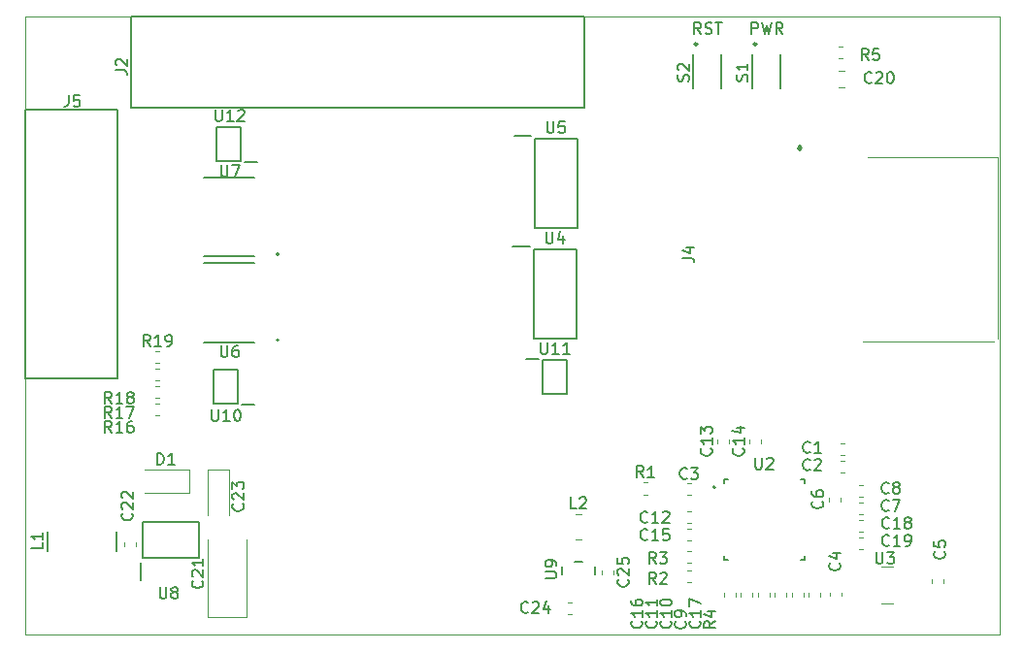
<source format=gbr>
G04 #@! TF.GenerationSoftware,KiCad,Pcbnew,5.1.5-52549c5~84~ubuntu18.04.1*
G04 #@! TF.CreationDate,2020-02-13T10:06:29-08:00*
G04 #@! TF.ProjectId,EthernetBoard,45746865-726e-4657-9442-6f6172642e6b,A*
G04 #@! TF.SameCoordinates,PX5f5e100PY5f5e100*
G04 #@! TF.FileFunction,Legend,Top*
G04 #@! TF.FilePolarity,Positive*
%FSLAX46Y46*%
G04 Gerber Fmt 4.6, Leading zero omitted, Abs format (unit mm)*
G04 Created by KiCad (PCBNEW 5.1.5-52549c5~84~ubuntu18.04.1) date 2020-02-13 10:06:29*
%MOMM*%
%LPD*%
G04 APERTURE LIST*
%ADD10C,0.100000*%
%ADD11C,0.300000*%
%ADD12C,0.120000*%
%ADD13C,0.200000*%
%ADD14C,0.127000*%
%ADD15C,0.150000*%
%ADD16C,0.152400*%
%ADD17C,0.254000*%
%ADD18C,0.153000*%
G04 APERTURE END LIST*
D10*
X0Y-54000000D02*
X84999492Y-54000000D01*
X84999492Y0D02*
X84999492Y-54000000D01*
X0Y-54000000D02*
X0Y0D01*
X0Y0D02*
X84999492Y0D01*
D11*
X67553500Y-11617500D02*
G75*
G02X67553500Y-11417500I0J100000D01*
G01*
X67553500Y-11417500D02*
G75*
G02X67553500Y-11617500I0J-100000D01*
G01*
X67553500Y-11417500D02*
X67553500Y-11417500D01*
X67553500Y-11617500D02*
X67553500Y-11617500D01*
D10*
X84843500Y-12267500D02*
X73553500Y-12267500D01*
X84843500Y-28117500D02*
X84843500Y-12267500D01*
X73053500Y-28397500D02*
X84553500Y-28397500D01*
D12*
X64213000Y-37246779D02*
X64213000Y-36921221D01*
X63193000Y-37246779D02*
X63193000Y-36921221D01*
D13*
X60198200Y-41120600D02*
G75*
G03X60198200Y-41120600I-100000J0D01*
G01*
D14*
X67998200Y-47420600D02*
X67698200Y-47420600D01*
X67998200Y-47120600D02*
X67998200Y-47420600D01*
X60998200Y-47420600D02*
X60998200Y-47120600D01*
X61298200Y-47420600D02*
X60998200Y-47420600D01*
X67998200Y-40420600D02*
X67998200Y-40720600D01*
X67698200Y-40420600D02*
X67998200Y-40420600D01*
X60998200Y-40420600D02*
X61298200Y-40420600D01*
X60998200Y-40720600D02*
X60998200Y-40420600D01*
X19980000Y-14082500D02*
X15580000Y-14082500D01*
X19980000Y-20969500D02*
X15580000Y-20969500D01*
D13*
X22130000Y-20776000D02*
G75*
G03X22130000Y-20776000I-100000J0D01*
G01*
D15*
X8026400Y-31648400D02*
X50800Y-31648400D01*
X8048000Y-8140000D02*
X48000Y-8140000D01*
X8048000Y-31648400D02*
X8048000Y-8140000D01*
X48000Y-8140000D02*
X50800Y-31648400D01*
D12*
X79131500Y-49125721D02*
X79131500Y-49451279D01*
X80151500Y-49125721D02*
X80151500Y-49451279D01*
X71261500Y-50619779D02*
X71261500Y-50294221D01*
X70241500Y-50619779D02*
X70241500Y-50294221D01*
D10*
X74684000Y-51257000D02*
X75684000Y-51257000D01*
X74684000Y-48057000D02*
X75684000Y-48057000D01*
D13*
X20280000Y-12726000D02*
X19180000Y-12726000D01*
X18830000Y-9701000D02*
X18830000Y-12651000D01*
X16730000Y-9701000D02*
X18830000Y-9701000D01*
X16730000Y-12651000D02*
X16730000Y-9701000D01*
X18830000Y-12651000D02*
X16730000Y-12651000D01*
X43728000Y-29946000D02*
X44828000Y-29946000D01*
X45178000Y-32971000D02*
X45178000Y-30021000D01*
X47278000Y-32971000D02*
X45178000Y-32971000D01*
X47278000Y-30021000D02*
X47278000Y-32971000D01*
X45178000Y-30021000D02*
X47278000Y-30021000D01*
X20026000Y-33871500D02*
X18926000Y-33871500D01*
X18576000Y-30846500D02*
X18576000Y-33796500D01*
X16476000Y-30846500D02*
X18576000Y-30846500D01*
X16476000Y-33796500D02*
X16476000Y-30846500D01*
X18576000Y-33796500D02*
X16476000Y-33796500D01*
D14*
X19980000Y-21575500D02*
X15580000Y-21575500D01*
X19980000Y-28462500D02*
X15580000Y-28462500D01*
D13*
X22130000Y-28269000D02*
G75*
G03X22130000Y-28269000I-100000J0D01*
G01*
X42680000Y-10455000D02*
X44155000Y-10455000D01*
X44505000Y-18505000D02*
X44505000Y-10705000D01*
X48205000Y-18505000D02*
X44505000Y-18505000D01*
X48205000Y-10705000D02*
X48205000Y-18505000D01*
X44505000Y-10705000D02*
X48205000Y-10705000D01*
X42553000Y-20107000D02*
X44028000Y-20107000D01*
X44378000Y-28157000D02*
X44378000Y-20357000D01*
X48078000Y-28157000D02*
X44378000Y-28157000D01*
X48078000Y-20357000D02*
X48078000Y-28157000D01*
X44378000Y-20357000D02*
X48078000Y-20357000D01*
D12*
X11394221Y-30291500D02*
X11719779Y-30291500D01*
X11394221Y-29271500D02*
X11719779Y-29271500D01*
X11719779Y-30795500D02*
X11394221Y-30795500D01*
X11719779Y-31815500D02*
X11394221Y-31815500D01*
X11394221Y-34863500D02*
X11719779Y-34863500D01*
X11394221Y-33843500D02*
X11719779Y-33843500D01*
X11694279Y-32319500D02*
X11368721Y-32319500D01*
X11694279Y-33339500D02*
X11368721Y-33339500D01*
X70957221Y-3685000D02*
X71282779Y-3685000D01*
X70957221Y-2665000D02*
X71282779Y-2665000D01*
X70988422Y-6171000D02*
X71505578Y-6171000D01*
X70988422Y-4751000D02*
X71505578Y-4751000D01*
D16*
X46812200Y-48031400D02*
X46812200Y-48742600D01*
X48615600Y-47599600D02*
X47904400Y-47599600D01*
X49707800Y-48742600D02*
X49707800Y-48031400D01*
D13*
X10120000Y-49195000D02*
X10120000Y-47668000D01*
X15152000Y-47318000D02*
X10248000Y-47318000D01*
X15152000Y-44122000D02*
X15152000Y-47318000D01*
X10248000Y-44122000D02*
X15152000Y-44122000D01*
X10248000Y-47318000D02*
X10248000Y-44122000D01*
D17*
X58641000Y-2443500D02*
G75*
G03X58641000Y-2443500I-100000J0D01*
G01*
D13*
X60762000Y-6338500D02*
X60762000Y-3338500D01*
X58262000Y-6338500D02*
X58262000Y-3338500D01*
D17*
X63784500Y-2443500D02*
G75*
G03X63784500Y-2443500I-100000J0D01*
G01*
D13*
X65905500Y-6338500D02*
X65905500Y-3338500D01*
X63405500Y-6338500D02*
X63405500Y-3338500D01*
D12*
X68336500Y-50319721D02*
X68336500Y-50645279D01*
X69356500Y-50319721D02*
X69356500Y-50645279D01*
X57749221Y-47703000D02*
X58074779Y-47703000D01*
X57749221Y-46683000D02*
X58074779Y-46683000D01*
X57761721Y-49417500D02*
X58087279Y-49417500D01*
X57761721Y-48397500D02*
X58087279Y-48397500D01*
X53951721Y-41734000D02*
X54277279Y-41734000D01*
X53951721Y-40714000D02*
X54277279Y-40714000D01*
X47998748Y-45687000D02*
X48521252Y-45687000D01*
X47998748Y-43467000D02*
X48521252Y-43467000D01*
D13*
X7953000Y-44997000D02*
X7953000Y-46697000D01*
X1953000Y-44997000D02*
X1953000Y-46697000D01*
D12*
X14327500Y-41589000D02*
X10427500Y-41589000D01*
X14327500Y-39589000D02*
X10427500Y-39589000D01*
X14327500Y-41589000D02*
X14327500Y-39589000D01*
X50290000Y-48351221D02*
X50290000Y-48676779D01*
X51310000Y-48351221D02*
X51310000Y-48676779D01*
X47335221Y-52199000D02*
X47660779Y-52199000D01*
X47335221Y-51179000D02*
X47660779Y-51179000D01*
X9654000Y-46263779D02*
X9654000Y-45938221D01*
X8634000Y-46263779D02*
X8634000Y-45938221D01*
X19363000Y-52401000D02*
X19363000Y-45641000D01*
X15943000Y-52401000D02*
X19363000Y-52401000D01*
X15943000Y-45641000D02*
X15943000Y-52401000D01*
X15956000Y-39600000D02*
X15956000Y-43510000D01*
X17826000Y-39600000D02*
X15956000Y-39600000D01*
X17826000Y-43510000D02*
X17826000Y-39600000D01*
X72735221Y-46484000D02*
X73060779Y-46484000D01*
X72735221Y-45464000D02*
X73060779Y-45464000D01*
X72735221Y-44960000D02*
X73060779Y-44960000D01*
X72735221Y-43940000D02*
X73060779Y-43940000D01*
X66876000Y-50319721D02*
X66876000Y-50645279D01*
X67896000Y-50319721D02*
X67896000Y-50645279D01*
X60970500Y-50319721D02*
X60970500Y-50645279D01*
X61990500Y-50319721D02*
X61990500Y-50645279D01*
X58074779Y-44714500D02*
X57749221Y-44714500D01*
X58074779Y-45734500D02*
X57749221Y-45734500D01*
X61419000Y-37246779D02*
X61419000Y-36921221D01*
X60399000Y-37246779D02*
X60399000Y-36921221D01*
X58074779Y-43241500D02*
X57749221Y-43241500D01*
X58074779Y-44261500D02*
X57749221Y-44261500D01*
X62431000Y-50319721D02*
X62431000Y-50645279D01*
X63451000Y-50319721D02*
X63451000Y-50645279D01*
X63942500Y-50319721D02*
X63942500Y-50645279D01*
X64962500Y-50319721D02*
X64962500Y-50645279D01*
X65415500Y-50319721D02*
X65415500Y-50645279D01*
X66435500Y-50319721D02*
X66435500Y-50645279D01*
X72735221Y-41912000D02*
X73060779Y-41912000D01*
X72735221Y-40892000D02*
X73060779Y-40892000D01*
X72735221Y-43436000D02*
X73060779Y-43436000D01*
X72735221Y-42416000D02*
X73060779Y-42416000D01*
X71122000Y-42326779D02*
X71122000Y-42001221D01*
X70102000Y-42326779D02*
X70102000Y-42001221D01*
X58074779Y-40765000D02*
X57749221Y-40765000D01*
X58074779Y-41785000D02*
X57749221Y-41785000D01*
X71172721Y-39816500D02*
X71498279Y-39816500D01*
X71172721Y-38796500D02*
X71498279Y-38796500D01*
X71172721Y-38292500D02*
X71498279Y-38292500D01*
X71172721Y-37272500D02*
X71498279Y-37272500D01*
D15*
X9250000Y-8000000D02*
X48750000Y-8000000D01*
X48750000Y0D02*
X9250000Y0D01*
X9250000Y0D02*
X9250000Y-8000000D01*
X48750000Y0D02*
X48750000Y-8000000D01*
D18*
X57376880Y-21110333D02*
X58091166Y-21110333D01*
X58234023Y-21157952D01*
X58329261Y-21253190D01*
X58376880Y-21396047D01*
X58376880Y-21491285D01*
X57710214Y-20205571D02*
X58376880Y-20205571D01*
X57329261Y-20443666D02*
X58043547Y-20681761D01*
X58043547Y-20062714D01*
X62630142Y-37726857D02*
X62677761Y-37774476D01*
X62725380Y-37917333D01*
X62725380Y-38012571D01*
X62677761Y-38155428D01*
X62582523Y-38250666D01*
X62487285Y-38298285D01*
X62296809Y-38345904D01*
X62153952Y-38345904D01*
X61963476Y-38298285D01*
X61868238Y-38250666D01*
X61773000Y-38155428D01*
X61725380Y-38012571D01*
X61725380Y-37917333D01*
X61773000Y-37774476D01*
X61820619Y-37726857D01*
X62725380Y-36774476D02*
X62725380Y-37345904D01*
X62725380Y-37060190D02*
X61725380Y-37060190D01*
X61868238Y-37155428D01*
X61963476Y-37250666D01*
X62011095Y-37345904D01*
X62058714Y-35917333D02*
X62725380Y-35917333D01*
X61677761Y-36155428D02*
X62392047Y-36393523D01*
X62392047Y-35774476D01*
X63711295Y-38537980D02*
X63711295Y-39347504D01*
X63758914Y-39442742D01*
X63806533Y-39490361D01*
X63901771Y-39537980D01*
X64092247Y-39537980D01*
X64187485Y-39490361D01*
X64235104Y-39442742D01*
X64282723Y-39347504D01*
X64282723Y-38537980D01*
X64711295Y-38633219D02*
X64758914Y-38585600D01*
X64854152Y-38537980D01*
X65092247Y-38537980D01*
X65187485Y-38585600D01*
X65235104Y-38633219D01*
X65282723Y-38728457D01*
X65282723Y-38823695D01*
X65235104Y-38966552D01*
X64663676Y-39537980D01*
X65282723Y-39537980D01*
X17094095Y-12990380D02*
X17094095Y-13799904D01*
X17141714Y-13895142D01*
X17189333Y-13942761D01*
X17284571Y-13990380D01*
X17475047Y-13990380D01*
X17570285Y-13942761D01*
X17617904Y-13895142D01*
X17665523Y-13799904D01*
X17665523Y-12990380D01*
X18046476Y-12990380D02*
X18713142Y-12990380D01*
X18284571Y-13990380D01*
X3806666Y-6894380D02*
X3806666Y-7608666D01*
X3759047Y-7751523D01*
X3663809Y-7846761D01*
X3520952Y-7894380D01*
X3425714Y-7894380D01*
X4759047Y-6894380D02*
X4282857Y-6894380D01*
X4235238Y-7370571D01*
X4282857Y-7322952D01*
X4378095Y-7275333D01*
X4616190Y-7275333D01*
X4711428Y-7322952D01*
X4759047Y-7370571D01*
X4806666Y-7465809D01*
X4806666Y-7703904D01*
X4759047Y-7799142D01*
X4711428Y-7846761D01*
X4616190Y-7894380D01*
X4378095Y-7894380D01*
X4282857Y-7846761D01*
X4235238Y-7799142D01*
X80189142Y-46724666D02*
X80236761Y-46772285D01*
X80284380Y-46915142D01*
X80284380Y-47010380D01*
X80236761Y-47153238D01*
X80141523Y-47248476D01*
X80046285Y-47296095D01*
X79855809Y-47343714D01*
X79712952Y-47343714D01*
X79522476Y-47296095D01*
X79427238Y-47248476D01*
X79332000Y-47153238D01*
X79284380Y-47010380D01*
X79284380Y-46915142D01*
X79332000Y-46772285D01*
X79379619Y-46724666D01*
X79284380Y-45819904D02*
X79284380Y-46296095D01*
X79760571Y-46343714D01*
X79712952Y-46296095D01*
X79665333Y-46200857D01*
X79665333Y-45962761D01*
X79712952Y-45867523D01*
X79760571Y-45819904D01*
X79855809Y-45772285D01*
X80093904Y-45772285D01*
X80189142Y-45819904D01*
X80236761Y-45867523D01*
X80284380Y-45962761D01*
X80284380Y-46200857D01*
X80236761Y-46296095D01*
X80189142Y-46343714D01*
X71045142Y-47740666D02*
X71092761Y-47788285D01*
X71140380Y-47931142D01*
X71140380Y-48026380D01*
X71092761Y-48169238D01*
X70997523Y-48264476D01*
X70902285Y-48312095D01*
X70711809Y-48359714D01*
X70568952Y-48359714D01*
X70378476Y-48312095D01*
X70283238Y-48264476D01*
X70188000Y-48169238D01*
X70140380Y-48026380D01*
X70140380Y-47931142D01*
X70188000Y-47788285D01*
X70235619Y-47740666D01*
X70473714Y-46883523D02*
X71140380Y-46883523D01*
X70092761Y-47121619D02*
X70807047Y-47359714D01*
X70807047Y-46740666D01*
X74244095Y-46772380D02*
X74244095Y-47581904D01*
X74291714Y-47677142D01*
X74339333Y-47724761D01*
X74434571Y-47772380D01*
X74625047Y-47772380D01*
X74720285Y-47724761D01*
X74767904Y-47677142D01*
X74815523Y-47581904D01*
X74815523Y-46772380D01*
X75196476Y-46772380D02*
X75815523Y-46772380D01*
X75482190Y-47153333D01*
X75625047Y-47153333D01*
X75720285Y-47200952D01*
X75767904Y-47248571D01*
X75815523Y-47343809D01*
X75815523Y-47581904D01*
X75767904Y-47677142D01*
X75720285Y-47724761D01*
X75625047Y-47772380D01*
X75339333Y-47772380D01*
X75244095Y-47724761D01*
X75196476Y-47677142D01*
X16617904Y-8164380D02*
X16617904Y-8973904D01*
X16665523Y-9069142D01*
X16713142Y-9116761D01*
X16808380Y-9164380D01*
X16998857Y-9164380D01*
X17094095Y-9116761D01*
X17141714Y-9069142D01*
X17189333Y-8973904D01*
X17189333Y-8164380D01*
X18189333Y-9164380D02*
X17617904Y-9164380D01*
X17903619Y-9164380D02*
X17903619Y-8164380D01*
X17808380Y-8307238D01*
X17713142Y-8402476D01*
X17617904Y-8450095D01*
X18570285Y-8259619D02*
X18617904Y-8212000D01*
X18713142Y-8164380D01*
X18951238Y-8164380D01*
X19046476Y-8212000D01*
X19094095Y-8259619D01*
X19141714Y-8354857D01*
X19141714Y-8450095D01*
X19094095Y-8592952D01*
X18522666Y-9164380D01*
X19141714Y-9164380D01*
X44989904Y-28484380D02*
X44989904Y-29293904D01*
X45037523Y-29389142D01*
X45085142Y-29436761D01*
X45180380Y-29484380D01*
X45370857Y-29484380D01*
X45466095Y-29436761D01*
X45513714Y-29389142D01*
X45561333Y-29293904D01*
X45561333Y-28484380D01*
X46561333Y-29484380D02*
X45989904Y-29484380D01*
X46275619Y-29484380D02*
X46275619Y-28484380D01*
X46180380Y-28627238D01*
X46085142Y-28722476D01*
X45989904Y-28770095D01*
X47513714Y-29484380D02*
X46942285Y-29484380D01*
X47228000Y-29484380D02*
X47228000Y-28484380D01*
X47132761Y-28627238D01*
X47037523Y-28722476D01*
X46942285Y-28770095D01*
X16287904Y-34326380D02*
X16287904Y-35135904D01*
X16335523Y-35231142D01*
X16383142Y-35278761D01*
X16478380Y-35326380D01*
X16668857Y-35326380D01*
X16764095Y-35278761D01*
X16811714Y-35231142D01*
X16859333Y-35135904D01*
X16859333Y-34326380D01*
X17859333Y-35326380D02*
X17287904Y-35326380D01*
X17573619Y-35326380D02*
X17573619Y-34326380D01*
X17478380Y-34469238D01*
X17383142Y-34564476D01*
X17287904Y-34612095D01*
X18478380Y-34326380D02*
X18573619Y-34326380D01*
X18668857Y-34374000D01*
X18716476Y-34421619D01*
X18764095Y-34516857D01*
X18811714Y-34707333D01*
X18811714Y-34945428D01*
X18764095Y-35135904D01*
X18716476Y-35231142D01*
X18668857Y-35278761D01*
X18573619Y-35326380D01*
X18478380Y-35326380D01*
X18383142Y-35278761D01*
X18335523Y-35231142D01*
X18287904Y-35135904D01*
X18240285Y-34945428D01*
X18240285Y-34707333D01*
X18287904Y-34516857D01*
X18335523Y-34421619D01*
X18383142Y-34374000D01*
X18478380Y-34326380D01*
X17094095Y-28738380D02*
X17094095Y-29547904D01*
X17141714Y-29643142D01*
X17189333Y-29690761D01*
X17284571Y-29738380D01*
X17475047Y-29738380D01*
X17570285Y-29690761D01*
X17617904Y-29643142D01*
X17665523Y-29547904D01*
X17665523Y-28738380D01*
X18570285Y-28738380D02*
X18379809Y-28738380D01*
X18284571Y-28786000D01*
X18236952Y-28833619D01*
X18141714Y-28976476D01*
X18094095Y-29166952D01*
X18094095Y-29547904D01*
X18141714Y-29643142D01*
X18189333Y-29690761D01*
X18284571Y-29738380D01*
X18475047Y-29738380D01*
X18570285Y-29690761D01*
X18617904Y-29643142D01*
X18665523Y-29547904D01*
X18665523Y-29309809D01*
X18617904Y-29214571D01*
X18570285Y-29166952D01*
X18475047Y-29119333D01*
X18284571Y-29119333D01*
X18189333Y-29166952D01*
X18141714Y-29214571D01*
X18094095Y-29309809D01*
X45542095Y-9180380D02*
X45542095Y-9989904D01*
X45589714Y-10085142D01*
X45637333Y-10132761D01*
X45732571Y-10180380D01*
X45923047Y-10180380D01*
X46018285Y-10132761D01*
X46065904Y-10085142D01*
X46113523Y-9989904D01*
X46113523Y-9180380D01*
X47065904Y-9180380D02*
X46589714Y-9180380D01*
X46542095Y-9656571D01*
X46589714Y-9608952D01*
X46684952Y-9561333D01*
X46923047Y-9561333D01*
X47018285Y-9608952D01*
X47065904Y-9656571D01*
X47113523Y-9751809D01*
X47113523Y-9989904D01*
X47065904Y-10085142D01*
X47018285Y-10132761D01*
X46923047Y-10180380D01*
X46684952Y-10180380D01*
X46589714Y-10132761D01*
X46542095Y-10085142D01*
X45466095Y-18832380D02*
X45466095Y-19641904D01*
X45513714Y-19737142D01*
X45561333Y-19784761D01*
X45656571Y-19832380D01*
X45847047Y-19832380D01*
X45942285Y-19784761D01*
X45989904Y-19737142D01*
X46037523Y-19641904D01*
X46037523Y-18832380D01*
X46942285Y-19165714D02*
X46942285Y-19832380D01*
X46704190Y-18784761D02*
X46466095Y-19499047D01*
X47085142Y-19499047D01*
X10914142Y-28803880D02*
X10580809Y-28327690D01*
X10342714Y-28803880D02*
X10342714Y-27803880D01*
X10723666Y-27803880D01*
X10818904Y-27851500D01*
X10866523Y-27899119D01*
X10914142Y-27994357D01*
X10914142Y-28137214D01*
X10866523Y-28232452D01*
X10818904Y-28280071D01*
X10723666Y-28327690D01*
X10342714Y-28327690D01*
X11866523Y-28803880D02*
X11295095Y-28803880D01*
X11580809Y-28803880D02*
X11580809Y-27803880D01*
X11485571Y-27946738D01*
X11390333Y-28041976D01*
X11295095Y-28089595D01*
X12342714Y-28803880D02*
X12533190Y-28803880D01*
X12628428Y-28756261D01*
X12676047Y-28708642D01*
X12771285Y-28565785D01*
X12818904Y-28375309D01*
X12818904Y-27994357D01*
X12771285Y-27899119D01*
X12723666Y-27851500D01*
X12628428Y-27803880D01*
X12437952Y-27803880D01*
X12342714Y-27851500D01*
X12295095Y-27899119D01*
X12247476Y-27994357D01*
X12247476Y-28232452D01*
X12295095Y-28327690D01*
X12342714Y-28375309D01*
X12437952Y-28422928D01*
X12628428Y-28422928D01*
X12723666Y-28375309D01*
X12771285Y-28327690D01*
X12818904Y-28232452D01*
X7561142Y-33802380D02*
X7227809Y-33326190D01*
X6989714Y-33802380D02*
X6989714Y-32802380D01*
X7370666Y-32802380D01*
X7465904Y-32850000D01*
X7513523Y-32897619D01*
X7561142Y-32992857D01*
X7561142Y-33135714D01*
X7513523Y-33230952D01*
X7465904Y-33278571D01*
X7370666Y-33326190D01*
X6989714Y-33326190D01*
X8513523Y-33802380D02*
X7942095Y-33802380D01*
X8227809Y-33802380D02*
X8227809Y-32802380D01*
X8132571Y-32945238D01*
X8037333Y-33040476D01*
X7942095Y-33088095D01*
X9084952Y-33230952D02*
X8989714Y-33183333D01*
X8942095Y-33135714D01*
X8894476Y-33040476D01*
X8894476Y-32992857D01*
X8942095Y-32897619D01*
X8989714Y-32850000D01*
X9084952Y-32802380D01*
X9275428Y-32802380D01*
X9370666Y-32850000D01*
X9418285Y-32897619D01*
X9465904Y-32992857D01*
X9465904Y-33040476D01*
X9418285Y-33135714D01*
X9370666Y-33183333D01*
X9275428Y-33230952D01*
X9084952Y-33230952D01*
X8989714Y-33278571D01*
X8942095Y-33326190D01*
X8894476Y-33421428D01*
X8894476Y-33611904D01*
X8942095Y-33707142D01*
X8989714Y-33754761D01*
X9084952Y-33802380D01*
X9275428Y-33802380D01*
X9370666Y-33754761D01*
X9418285Y-33707142D01*
X9465904Y-33611904D01*
X9465904Y-33421428D01*
X9418285Y-33326190D01*
X9370666Y-33278571D01*
X9275428Y-33230952D01*
X7561142Y-36342380D02*
X7227809Y-35866190D01*
X6989714Y-36342380D02*
X6989714Y-35342380D01*
X7370666Y-35342380D01*
X7465904Y-35390000D01*
X7513523Y-35437619D01*
X7561142Y-35532857D01*
X7561142Y-35675714D01*
X7513523Y-35770952D01*
X7465904Y-35818571D01*
X7370666Y-35866190D01*
X6989714Y-35866190D01*
X8513523Y-36342380D02*
X7942095Y-36342380D01*
X8227809Y-36342380D02*
X8227809Y-35342380D01*
X8132571Y-35485238D01*
X8037333Y-35580476D01*
X7942095Y-35628095D01*
X9370666Y-35342380D02*
X9180190Y-35342380D01*
X9084952Y-35390000D01*
X9037333Y-35437619D01*
X8942095Y-35580476D01*
X8894476Y-35770952D01*
X8894476Y-36151904D01*
X8942095Y-36247142D01*
X8989714Y-36294761D01*
X9084952Y-36342380D01*
X9275428Y-36342380D01*
X9370666Y-36294761D01*
X9418285Y-36247142D01*
X9465904Y-36151904D01*
X9465904Y-35913809D01*
X9418285Y-35818571D01*
X9370666Y-35770952D01*
X9275428Y-35723333D01*
X9084952Y-35723333D01*
X8989714Y-35770952D01*
X8942095Y-35818571D01*
X8894476Y-35913809D01*
X7561142Y-35072380D02*
X7227809Y-34596190D01*
X6989714Y-35072380D02*
X6989714Y-34072380D01*
X7370666Y-34072380D01*
X7465904Y-34120000D01*
X7513523Y-34167619D01*
X7561142Y-34262857D01*
X7561142Y-34405714D01*
X7513523Y-34500952D01*
X7465904Y-34548571D01*
X7370666Y-34596190D01*
X6989714Y-34596190D01*
X8513523Y-35072380D02*
X7942095Y-35072380D01*
X8227809Y-35072380D02*
X8227809Y-34072380D01*
X8132571Y-34215238D01*
X8037333Y-34310476D01*
X7942095Y-34358095D01*
X8846857Y-34072380D02*
X9513523Y-34072380D01*
X9084952Y-35072380D01*
X73569333Y-3830380D02*
X73236000Y-3354190D01*
X72997904Y-3830380D02*
X72997904Y-2830380D01*
X73378857Y-2830380D01*
X73474095Y-2878000D01*
X73521714Y-2925619D01*
X73569333Y-3020857D01*
X73569333Y-3163714D01*
X73521714Y-3258952D01*
X73474095Y-3306571D01*
X73378857Y-3354190D01*
X72997904Y-3354190D01*
X74474095Y-2830380D02*
X73997904Y-2830380D01*
X73950285Y-3306571D01*
X73997904Y-3258952D01*
X74093142Y-3211333D01*
X74331238Y-3211333D01*
X74426476Y-3258952D01*
X74474095Y-3306571D01*
X74521714Y-3401809D01*
X74521714Y-3639904D01*
X74474095Y-3735142D01*
X74426476Y-3782761D01*
X74331238Y-3830380D01*
X74093142Y-3830380D01*
X73997904Y-3782761D01*
X73950285Y-3735142D01*
X73855142Y-5767142D02*
X73807523Y-5814761D01*
X73664666Y-5862380D01*
X73569428Y-5862380D01*
X73426571Y-5814761D01*
X73331333Y-5719523D01*
X73283714Y-5624285D01*
X73236095Y-5433809D01*
X73236095Y-5290952D01*
X73283714Y-5100476D01*
X73331333Y-5005238D01*
X73426571Y-4910000D01*
X73569428Y-4862380D01*
X73664666Y-4862380D01*
X73807523Y-4910000D01*
X73855142Y-4957619D01*
X74236095Y-4957619D02*
X74283714Y-4910000D01*
X74378952Y-4862380D01*
X74617047Y-4862380D01*
X74712285Y-4910000D01*
X74759904Y-4957619D01*
X74807523Y-5052857D01*
X74807523Y-5148095D01*
X74759904Y-5290952D01*
X74188476Y-5862380D01*
X74807523Y-5862380D01*
X75426571Y-4862380D02*
X75521809Y-4862380D01*
X75617047Y-4910000D01*
X75664666Y-4957619D01*
X75712285Y-5052857D01*
X75759904Y-5243333D01*
X75759904Y-5481428D01*
X75712285Y-5671904D01*
X75664666Y-5767142D01*
X75617047Y-5814761D01*
X75521809Y-5862380D01*
X75426571Y-5862380D01*
X75331333Y-5814761D01*
X75283714Y-5767142D01*
X75236095Y-5671904D01*
X75188476Y-5481428D01*
X75188476Y-5243333D01*
X75236095Y-5052857D01*
X75283714Y-4957619D01*
X75331333Y-4910000D01*
X75426571Y-4862380D01*
X45375580Y-49047304D02*
X46185104Y-49047304D01*
X46280342Y-48999685D01*
X46327961Y-48952066D01*
X46375580Y-48856828D01*
X46375580Y-48666352D01*
X46327961Y-48571114D01*
X46280342Y-48523495D01*
X46185104Y-48475876D01*
X45375580Y-48475876D01*
X46375580Y-47952066D02*
X46375580Y-47761590D01*
X46327961Y-47666352D01*
X46280342Y-47618733D01*
X46137485Y-47523495D01*
X45947009Y-47475876D01*
X45566057Y-47475876D01*
X45470819Y-47523495D01*
X45423200Y-47571114D01*
X45375580Y-47666352D01*
X45375580Y-47856828D01*
X45423200Y-47952066D01*
X45470819Y-47999685D01*
X45566057Y-48047304D01*
X45804152Y-48047304D01*
X45899390Y-47999685D01*
X45947009Y-47952066D01*
X45994628Y-47856828D01*
X45994628Y-47666352D01*
X45947009Y-47571114D01*
X45899390Y-47523495D01*
X45804152Y-47475876D01*
X11760095Y-49820380D02*
X11760095Y-50629904D01*
X11807714Y-50725142D01*
X11855333Y-50772761D01*
X11950571Y-50820380D01*
X12141047Y-50820380D01*
X12236285Y-50772761D01*
X12283904Y-50725142D01*
X12331523Y-50629904D01*
X12331523Y-49820380D01*
X12950571Y-50248952D02*
X12855333Y-50201333D01*
X12807714Y-50153714D01*
X12760095Y-50058476D01*
X12760095Y-50010857D01*
X12807714Y-49915619D01*
X12855333Y-49868000D01*
X12950571Y-49820380D01*
X13141047Y-49820380D01*
X13236285Y-49868000D01*
X13283904Y-49915619D01*
X13331523Y-50010857D01*
X13331523Y-50058476D01*
X13283904Y-50153714D01*
X13236285Y-50201333D01*
X13141047Y-50248952D01*
X12950571Y-50248952D01*
X12855333Y-50296571D01*
X12807714Y-50344190D01*
X12760095Y-50439428D01*
X12760095Y-50629904D01*
X12807714Y-50725142D01*
X12855333Y-50772761D01*
X12950571Y-50820380D01*
X13141047Y-50820380D01*
X13236285Y-50772761D01*
X13283904Y-50725142D01*
X13331523Y-50629904D01*
X13331523Y-50439428D01*
X13283904Y-50344190D01*
X13236285Y-50296571D01*
X13141047Y-50248952D01*
X57884761Y-5663904D02*
X57932380Y-5521047D01*
X57932380Y-5282952D01*
X57884761Y-5187714D01*
X57837142Y-5140095D01*
X57741904Y-5092476D01*
X57646666Y-5092476D01*
X57551428Y-5140095D01*
X57503809Y-5187714D01*
X57456190Y-5282952D01*
X57408571Y-5473428D01*
X57360952Y-5568666D01*
X57313333Y-5616285D01*
X57218095Y-5663904D01*
X57122857Y-5663904D01*
X57027619Y-5616285D01*
X56980000Y-5568666D01*
X56932380Y-5473428D01*
X56932380Y-5235333D01*
X56980000Y-5092476D01*
X57027619Y-4711523D02*
X56980000Y-4663904D01*
X56932380Y-4568666D01*
X56932380Y-4330571D01*
X56980000Y-4235333D01*
X57027619Y-4187714D01*
X57122857Y-4140095D01*
X57218095Y-4140095D01*
X57360952Y-4187714D01*
X57932380Y-4759142D01*
X57932380Y-4140095D01*
X58964380Y-1544380D02*
X58631047Y-1068190D01*
X58392952Y-1544380D02*
X58392952Y-544380D01*
X58773904Y-544380D01*
X58869142Y-592000D01*
X58916761Y-639619D01*
X58964380Y-734857D01*
X58964380Y-877714D01*
X58916761Y-972952D01*
X58869142Y-1020571D01*
X58773904Y-1068190D01*
X58392952Y-1068190D01*
X59345333Y-1496761D02*
X59488190Y-1544380D01*
X59726285Y-1544380D01*
X59821523Y-1496761D01*
X59869142Y-1449142D01*
X59916761Y-1353904D01*
X59916761Y-1258666D01*
X59869142Y-1163428D01*
X59821523Y-1115809D01*
X59726285Y-1068190D01*
X59535809Y-1020571D01*
X59440571Y-972952D01*
X59392952Y-925333D01*
X59345333Y-830095D01*
X59345333Y-734857D01*
X59392952Y-639619D01*
X59440571Y-592000D01*
X59535809Y-544380D01*
X59773904Y-544380D01*
X59916761Y-592000D01*
X60202476Y-544380D02*
X60773904Y-544380D01*
X60488190Y-1544380D02*
X60488190Y-544380D01*
X63002861Y-5663904D02*
X63050480Y-5521047D01*
X63050480Y-5282952D01*
X63002861Y-5187714D01*
X62955242Y-5140095D01*
X62860004Y-5092476D01*
X62764766Y-5092476D01*
X62669528Y-5140095D01*
X62621909Y-5187714D01*
X62574290Y-5282952D01*
X62526671Y-5473428D01*
X62479052Y-5568666D01*
X62431433Y-5616285D01*
X62336195Y-5663904D01*
X62240957Y-5663904D01*
X62145719Y-5616285D01*
X62098100Y-5568666D01*
X62050480Y-5473428D01*
X62050480Y-5235333D01*
X62098100Y-5092476D01*
X63050480Y-4140095D02*
X63050480Y-4711523D01*
X63050480Y-4425809D02*
X62050480Y-4425809D01*
X62193338Y-4521047D01*
X62288576Y-4616285D01*
X62336195Y-4711523D01*
X63385666Y-1544380D02*
X63385666Y-544380D01*
X63766619Y-544380D01*
X63861857Y-592000D01*
X63909476Y-639619D01*
X63957095Y-734857D01*
X63957095Y-877714D01*
X63909476Y-972952D01*
X63861857Y-1020571D01*
X63766619Y-1068190D01*
X63385666Y-1068190D01*
X64290428Y-544380D02*
X64528523Y-1544380D01*
X64719000Y-830095D01*
X64909476Y-1544380D01*
X65147571Y-544380D01*
X66099952Y-1544380D02*
X65766619Y-1068190D01*
X65528523Y-1544380D02*
X65528523Y-544380D01*
X65909476Y-544380D01*
X66004714Y-592000D01*
X66052333Y-639619D01*
X66099952Y-734857D01*
X66099952Y-877714D01*
X66052333Y-972952D01*
X66004714Y-1020571D01*
X65909476Y-1068190D01*
X65528523Y-1068190D01*
X60218380Y-52820666D02*
X59742190Y-53154000D01*
X60218380Y-53392095D02*
X59218380Y-53392095D01*
X59218380Y-53011142D01*
X59266000Y-52915904D01*
X59313619Y-52868285D01*
X59408857Y-52820666D01*
X59551714Y-52820666D01*
X59646952Y-52868285D01*
X59694571Y-52915904D01*
X59742190Y-53011142D01*
X59742190Y-53392095D01*
X59551714Y-51963523D02*
X60218380Y-51963523D01*
X59170761Y-52201619D02*
X59885047Y-52439714D01*
X59885047Y-51820666D01*
X55027333Y-47772380D02*
X54694000Y-47296190D01*
X54455904Y-47772380D02*
X54455904Y-46772380D01*
X54836857Y-46772380D01*
X54932095Y-46820000D01*
X54979714Y-46867619D01*
X55027333Y-46962857D01*
X55027333Y-47105714D01*
X54979714Y-47200952D01*
X54932095Y-47248571D01*
X54836857Y-47296190D01*
X54455904Y-47296190D01*
X55360666Y-46772380D02*
X55979714Y-46772380D01*
X55646380Y-47153333D01*
X55789238Y-47153333D01*
X55884476Y-47200952D01*
X55932095Y-47248571D01*
X55979714Y-47343809D01*
X55979714Y-47581904D01*
X55932095Y-47677142D01*
X55884476Y-47724761D01*
X55789238Y-47772380D01*
X55503523Y-47772380D01*
X55408285Y-47724761D01*
X55360666Y-47677142D01*
X55039833Y-49550380D02*
X54706500Y-49074190D01*
X54468404Y-49550380D02*
X54468404Y-48550380D01*
X54849357Y-48550380D01*
X54944595Y-48598000D01*
X54992214Y-48645619D01*
X55039833Y-48740857D01*
X55039833Y-48883714D01*
X54992214Y-48978952D01*
X54944595Y-49026571D01*
X54849357Y-49074190D01*
X54468404Y-49074190D01*
X55420785Y-48645619D02*
X55468404Y-48598000D01*
X55563642Y-48550380D01*
X55801738Y-48550380D01*
X55896976Y-48598000D01*
X55944595Y-48645619D01*
X55992214Y-48740857D01*
X55992214Y-48836095D01*
X55944595Y-48978952D01*
X55373166Y-49550380D01*
X55992214Y-49550380D01*
X53947833Y-40246380D02*
X53614500Y-39770190D01*
X53376404Y-40246380D02*
X53376404Y-39246380D01*
X53757357Y-39246380D01*
X53852595Y-39294000D01*
X53900214Y-39341619D01*
X53947833Y-39436857D01*
X53947833Y-39579714D01*
X53900214Y-39674952D01*
X53852595Y-39722571D01*
X53757357Y-39770190D01*
X53376404Y-39770190D01*
X54900214Y-40246380D02*
X54328785Y-40246380D01*
X54614500Y-40246380D02*
X54614500Y-39246380D01*
X54519261Y-39389238D01*
X54424023Y-39484476D01*
X54328785Y-39532095D01*
X48093333Y-42979380D02*
X47617142Y-42979380D01*
X47617142Y-41979380D01*
X48379047Y-42074619D02*
X48426666Y-42027000D01*
X48521904Y-41979380D01*
X48760000Y-41979380D01*
X48855238Y-42027000D01*
X48902857Y-42074619D01*
X48950476Y-42169857D01*
X48950476Y-42265095D01*
X48902857Y-42407952D01*
X48331428Y-42979380D01*
X48950476Y-42979380D01*
X1544380Y-45962666D02*
X1544380Y-46438857D01*
X544380Y-46438857D01*
X1544380Y-45105523D02*
X1544380Y-45676952D01*
X1544380Y-45391238D02*
X544380Y-45391238D01*
X687238Y-45486476D01*
X782476Y-45581714D01*
X830095Y-45676952D01*
X11529904Y-39136380D02*
X11529904Y-38136380D01*
X11768000Y-38136380D01*
X11910857Y-38184000D01*
X12006095Y-38279238D01*
X12053714Y-38374476D01*
X12101333Y-38564952D01*
X12101333Y-38707809D01*
X12053714Y-38898285D01*
X12006095Y-38993523D01*
X11910857Y-39088761D01*
X11768000Y-39136380D01*
X11529904Y-39136380D01*
X13053714Y-39136380D02*
X12482285Y-39136380D01*
X12768000Y-39136380D02*
X12768000Y-38136380D01*
X12672761Y-38279238D01*
X12577523Y-38374476D01*
X12482285Y-38422095D01*
X52587142Y-49156857D02*
X52634761Y-49204476D01*
X52682380Y-49347333D01*
X52682380Y-49442571D01*
X52634761Y-49585428D01*
X52539523Y-49680666D01*
X52444285Y-49728285D01*
X52253809Y-49775904D01*
X52110952Y-49775904D01*
X51920476Y-49728285D01*
X51825238Y-49680666D01*
X51730000Y-49585428D01*
X51682380Y-49442571D01*
X51682380Y-49347333D01*
X51730000Y-49204476D01*
X51777619Y-49156857D01*
X51777619Y-48775904D02*
X51730000Y-48728285D01*
X51682380Y-48633047D01*
X51682380Y-48394952D01*
X51730000Y-48299714D01*
X51777619Y-48252095D01*
X51872857Y-48204476D01*
X51968095Y-48204476D01*
X52110952Y-48252095D01*
X52682380Y-48823523D01*
X52682380Y-48204476D01*
X51682380Y-47299714D02*
X51682380Y-47775904D01*
X52158571Y-47823523D01*
X52110952Y-47775904D01*
X52063333Y-47680666D01*
X52063333Y-47442571D01*
X52110952Y-47347333D01*
X52158571Y-47299714D01*
X52253809Y-47252095D01*
X52491904Y-47252095D01*
X52587142Y-47299714D01*
X52634761Y-47347333D01*
X52682380Y-47442571D01*
X52682380Y-47680666D01*
X52634761Y-47775904D01*
X52587142Y-47823523D01*
X43883142Y-51995142D02*
X43835523Y-52042761D01*
X43692666Y-52090380D01*
X43597428Y-52090380D01*
X43454571Y-52042761D01*
X43359333Y-51947523D01*
X43311714Y-51852285D01*
X43264095Y-51661809D01*
X43264095Y-51518952D01*
X43311714Y-51328476D01*
X43359333Y-51233238D01*
X43454571Y-51138000D01*
X43597428Y-51090380D01*
X43692666Y-51090380D01*
X43835523Y-51138000D01*
X43883142Y-51185619D01*
X44264095Y-51185619D02*
X44311714Y-51138000D01*
X44406952Y-51090380D01*
X44645047Y-51090380D01*
X44740285Y-51138000D01*
X44787904Y-51185619D01*
X44835523Y-51280857D01*
X44835523Y-51376095D01*
X44787904Y-51518952D01*
X44216476Y-52090380D01*
X44835523Y-52090380D01*
X45692666Y-51423714D02*
X45692666Y-52090380D01*
X45454571Y-51042761D02*
X45216476Y-51757047D01*
X45835523Y-51757047D01*
X9323142Y-43390857D02*
X9370761Y-43438476D01*
X9418380Y-43581333D01*
X9418380Y-43676571D01*
X9370761Y-43819428D01*
X9275523Y-43914666D01*
X9180285Y-43962285D01*
X8989809Y-44009904D01*
X8846952Y-44009904D01*
X8656476Y-43962285D01*
X8561238Y-43914666D01*
X8466000Y-43819428D01*
X8418380Y-43676571D01*
X8418380Y-43581333D01*
X8466000Y-43438476D01*
X8513619Y-43390857D01*
X8513619Y-43009904D02*
X8466000Y-42962285D01*
X8418380Y-42867047D01*
X8418380Y-42628952D01*
X8466000Y-42533714D01*
X8513619Y-42486095D01*
X8608857Y-42438476D01*
X8704095Y-42438476D01*
X8846952Y-42486095D01*
X9418380Y-43057523D01*
X9418380Y-42438476D01*
X8513619Y-42057523D02*
X8466000Y-42009904D01*
X8418380Y-41914666D01*
X8418380Y-41676571D01*
X8466000Y-41581333D01*
X8513619Y-41533714D01*
X8608857Y-41486095D01*
X8704095Y-41486095D01*
X8846952Y-41533714D01*
X9418380Y-42105142D01*
X9418380Y-41486095D01*
X15460142Y-49283857D02*
X15507761Y-49331476D01*
X15555380Y-49474333D01*
X15555380Y-49569571D01*
X15507761Y-49712428D01*
X15412523Y-49807666D01*
X15317285Y-49855285D01*
X15126809Y-49902904D01*
X14983952Y-49902904D01*
X14793476Y-49855285D01*
X14698238Y-49807666D01*
X14603000Y-49712428D01*
X14555380Y-49569571D01*
X14555380Y-49474333D01*
X14603000Y-49331476D01*
X14650619Y-49283857D01*
X14650619Y-48902904D02*
X14603000Y-48855285D01*
X14555380Y-48760047D01*
X14555380Y-48521952D01*
X14603000Y-48426714D01*
X14650619Y-48379095D01*
X14745857Y-48331476D01*
X14841095Y-48331476D01*
X14983952Y-48379095D01*
X15555380Y-48950523D01*
X15555380Y-48331476D01*
X15555380Y-47379095D02*
X15555380Y-47950523D01*
X15555380Y-47664809D02*
X14555380Y-47664809D01*
X14698238Y-47760047D01*
X14793476Y-47855285D01*
X14841095Y-47950523D01*
X18998142Y-42552857D02*
X19045761Y-42600476D01*
X19093380Y-42743333D01*
X19093380Y-42838571D01*
X19045761Y-42981428D01*
X18950523Y-43076666D01*
X18855285Y-43124285D01*
X18664809Y-43171904D01*
X18521952Y-43171904D01*
X18331476Y-43124285D01*
X18236238Y-43076666D01*
X18141000Y-42981428D01*
X18093380Y-42838571D01*
X18093380Y-42743333D01*
X18141000Y-42600476D01*
X18188619Y-42552857D01*
X18188619Y-42171904D02*
X18141000Y-42124285D01*
X18093380Y-42029047D01*
X18093380Y-41790952D01*
X18141000Y-41695714D01*
X18188619Y-41648095D01*
X18283857Y-41600476D01*
X18379095Y-41600476D01*
X18521952Y-41648095D01*
X19093380Y-42219523D01*
X19093380Y-41600476D01*
X18093380Y-41267142D02*
X18093380Y-40648095D01*
X18474333Y-40981428D01*
X18474333Y-40838571D01*
X18521952Y-40743333D01*
X18569571Y-40695714D01*
X18664809Y-40648095D01*
X18902904Y-40648095D01*
X18998142Y-40695714D01*
X19045761Y-40743333D01*
X19093380Y-40838571D01*
X19093380Y-41124285D01*
X19045761Y-41219523D01*
X18998142Y-41267142D01*
X75379142Y-46153142D02*
X75331523Y-46200761D01*
X75188666Y-46248380D01*
X75093428Y-46248380D01*
X74950571Y-46200761D01*
X74855333Y-46105523D01*
X74807714Y-46010285D01*
X74760095Y-45819809D01*
X74760095Y-45676952D01*
X74807714Y-45486476D01*
X74855333Y-45391238D01*
X74950571Y-45296000D01*
X75093428Y-45248380D01*
X75188666Y-45248380D01*
X75331523Y-45296000D01*
X75379142Y-45343619D01*
X76331523Y-46248380D02*
X75760095Y-46248380D01*
X76045809Y-46248380D02*
X76045809Y-45248380D01*
X75950571Y-45391238D01*
X75855333Y-45486476D01*
X75760095Y-45534095D01*
X76807714Y-46248380D02*
X76998190Y-46248380D01*
X77093428Y-46200761D01*
X77141047Y-46153142D01*
X77236285Y-46010285D01*
X77283904Y-45819809D01*
X77283904Y-45438857D01*
X77236285Y-45343619D01*
X77188666Y-45296000D01*
X77093428Y-45248380D01*
X76902952Y-45248380D01*
X76807714Y-45296000D01*
X76760095Y-45343619D01*
X76712476Y-45438857D01*
X76712476Y-45676952D01*
X76760095Y-45772190D01*
X76807714Y-45819809D01*
X76902952Y-45867428D01*
X77093428Y-45867428D01*
X77188666Y-45819809D01*
X77236285Y-45772190D01*
X77283904Y-45676952D01*
X75379142Y-44629142D02*
X75331523Y-44676761D01*
X75188666Y-44724380D01*
X75093428Y-44724380D01*
X74950571Y-44676761D01*
X74855333Y-44581523D01*
X74807714Y-44486285D01*
X74760095Y-44295809D01*
X74760095Y-44152952D01*
X74807714Y-43962476D01*
X74855333Y-43867238D01*
X74950571Y-43772000D01*
X75093428Y-43724380D01*
X75188666Y-43724380D01*
X75331523Y-43772000D01*
X75379142Y-43819619D01*
X76331523Y-44724380D02*
X75760095Y-44724380D01*
X76045809Y-44724380D02*
X76045809Y-43724380D01*
X75950571Y-43867238D01*
X75855333Y-43962476D01*
X75760095Y-44010095D01*
X76902952Y-44152952D02*
X76807714Y-44105333D01*
X76760095Y-44057714D01*
X76712476Y-43962476D01*
X76712476Y-43914857D01*
X76760095Y-43819619D01*
X76807714Y-43772000D01*
X76902952Y-43724380D01*
X77093428Y-43724380D01*
X77188666Y-43772000D01*
X77236285Y-43819619D01*
X77283904Y-43914857D01*
X77283904Y-43962476D01*
X77236285Y-44057714D01*
X77188666Y-44105333D01*
X77093428Y-44152952D01*
X76902952Y-44152952D01*
X76807714Y-44200571D01*
X76760095Y-44248190D01*
X76712476Y-44343428D01*
X76712476Y-44533904D01*
X76760095Y-44629142D01*
X76807714Y-44676761D01*
X76902952Y-44724380D01*
X77093428Y-44724380D01*
X77188666Y-44676761D01*
X77236285Y-44629142D01*
X77283904Y-44533904D01*
X77283904Y-44343428D01*
X77236285Y-44248190D01*
X77188666Y-44200571D01*
X77093428Y-44152952D01*
X58853142Y-52788857D02*
X58900761Y-52836476D01*
X58948380Y-52979333D01*
X58948380Y-53074571D01*
X58900761Y-53217428D01*
X58805523Y-53312666D01*
X58710285Y-53360285D01*
X58519809Y-53407904D01*
X58376952Y-53407904D01*
X58186476Y-53360285D01*
X58091238Y-53312666D01*
X57996000Y-53217428D01*
X57948380Y-53074571D01*
X57948380Y-52979333D01*
X57996000Y-52836476D01*
X58043619Y-52788857D01*
X58948380Y-51836476D02*
X58948380Y-52407904D01*
X58948380Y-52122190D02*
X57948380Y-52122190D01*
X58091238Y-52217428D01*
X58186476Y-52312666D01*
X58234095Y-52407904D01*
X57948380Y-51503142D02*
X57948380Y-50836476D01*
X58948380Y-51265047D01*
X53773142Y-52788857D02*
X53820761Y-52836476D01*
X53868380Y-52979333D01*
X53868380Y-53074571D01*
X53820761Y-53217428D01*
X53725523Y-53312666D01*
X53630285Y-53360285D01*
X53439809Y-53407904D01*
X53296952Y-53407904D01*
X53106476Y-53360285D01*
X53011238Y-53312666D01*
X52916000Y-53217428D01*
X52868380Y-53074571D01*
X52868380Y-52979333D01*
X52916000Y-52836476D01*
X52963619Y-52788857D01*
X53868380Y-51836476D02*
X53868380Y-52407904D01*
X53868380Y-52122190D02*
X52868380Y-52122190D01*
X53011238Y-52217428D01*
X53106476Y-52312666D01*
X53154095Y-52407904D01*
X52868380Y-50979333D02*
X52868380Y-51169809D01*
X52916000Y-51265047D01*
X52963619Y-51312666D01*
X53106476Y-51407904D01*
X53296952Y-51455523D01*
X53677904Y-51455523D01*
X53773142Y-51407904D01*
X53820761Y-51360285D01*
X53868380Y-51265047D01*
X53868380Y-51074571D01*
X53820761Y-50979333D01*
X53773142Y-50931714D01*
X53677904Y-50884095D01*
X53439809Y-50884095D01*
X53344571Y-50931714D01*
X53296952Y-50979333D01*
X53249333Y-51074571D01*
X53249333Y-51265047D01*
X53296952Y-51360285D01*
X53344571Y-51407904D01*
X53439809Y-51455523D01*
X54297142Y-45645142D02*
X54249523Y-45692761D01*
X54106666Y-45740380D01*
X54011428Y-45740380D01*
X53868571Y-45692761D01*
X53773333Y-45597523D01*
X53725714Y-45502285D01*
X53678095Y-45311809D01*
X53678095Y-45168952D01*
X53725714Y-44978476D01*
X53773333Y-44883238D01*
X53868571Y-44788000D01*
X54011428Y-44740380D01*
X54106666Y-44740380D01*
X54249523Y-44788000D01*
X54297142Y-44835619D01*
X55249523Y-45740380D02*
X54678095Y-45740380D01*
X54963809Y-45740380D02*
X54963809Y-44740380D01*
X54868571Y-44883238D01*
X54773333Y-44978476D01*
X54678095Y-45026095D01*
X56154285Y-44740380D02*
X55678095Y-44740380D01*
X55630476Y-45216571D01*
X55678095Y-45168952D01*
X55773333Y-45121333D01*
X56011428Y-45121333D01*
X56106666Y-45168952D01*
X56154285Y-45216571D01*
X56201904Y-45311809D01*
X56201904Y-45549904D01*
X56154285Y-45645142D01*
X56106666Y-45692761D01*
X56011428Y-45740380D01*
X55773333Y-45740380D01*
X55678095Y-45692761D01*
X55630476Y-45645142D01*
X59836142Y-37726857D02*
X59883761Y-37774476D01*
X59931380Y-37917333D01*
X59931380Y-38012571D01*
X59883761Y-38155428D01*
X59788523Y-38250666D01*
X59693285Y-38298285D01*
X59502809Y-38345904D01*
X59359952Y-38345904D01*
X59169476Y-38298285D01*
X59074238Y-38250666D01*
X58979000Y-38155428D01*
X58931380Y-38012571D01*
X58931380Y-37917333D01*
X58979000Y-37774476D01*
X59026619Y-37726857D01*
X59931380Y-36774476D02*
X59931380Y-37345904D01*
X59931380Y-37060190D02*
X58931380Y-37060190D01*
X59074238Y-37155428D01*
X59169476Y-37250666D01*
X59217095Y-37345904D01*
X58931380Y-36441142D02*
X58931380Y-35822095D01*
X59312333Y-36155428D01*
X59312333Y-36012571D01*
X59359952Y-35917333D01*
X59407571Y-35869714D01*
X59502809Y-35822095D01*
X59740904Y-35822095D01*
X59836142Y-35869714D01*
X59883761Y-35917333D01*
X59931380Y-36012571D01*
X59931380Y-36298285D01*
X59883761Y-36393523D01*
X59836142Y-36441142D01*
X54297142Y-44121142D02*
X54249523Y-44168761D01*
X54106666Y-44216380D01*
X54011428Y-44216380D01*
X53868571Y-44168761D01*
X53773333Y-44073523D01*
X53725714Y-43978285D01*
X53678095Y-43787809D01*
X53678095Y-43644952D01*
X53725714Y-43454476D01*
X53773333Y-43359238D01*
X53868571Y-43264000D01*
X54011428Y-43216380D01*
X54106666Y-43216380D01*
X54249523Y-43264000D01*
X54297142Y-43311619D01*
X55249523Y-44216380D02*
X54678095Y-44216380D01*
X54963809Y-44216380D02*
X54963809Y-43216380D01*
X54868571Y-43359238D01*
X54773333Y-43454476D01*
X54678095Y-43502095D01*
X55630476Y-43311619D02*
X55678095Y-43264000D01*
X55773333Y-43216380D01*
X56011428Y-43216380D01*
X56106666Y-43264000D01*
X56154285Y-43311619D01*
X56201904Y-43406857D01*
X56201904Y-43502095D01*
X56154285Y-43644952D01*
X55582857Y-44216380D01*
X56201904Y-44216380D01*
X55043142Y-52788857D02*
X55090761Y-52836476D01*
X55138380Y-52979333D01*
X55138380Y-53074571D01*
X55090761Y-53217428D01*
X54995523Y-53312666D01*
X54900285Y-53360285D01*
X54709809Y-53407904D01*
X54566952Y-53407904D01*
X54376476Y-53360285D01*
X54281238Y-53312666D01*
X54186000Y-53217428D01*
X54138380Y-53074571D01*
X54138380Y-52979333D01*
X54186000Y-52836476D01*
X54233619Y-52788857D01*
X55138380Y-51836476D02*
X55138380Y-52407904D01*
X55138380Y-52122190D02*
X54138380Y-52122190D01*
X54281238Y-52217428D01*
X54376476Y-52312666D01*
X54424095Y-52407904D01*
X55138380Y-50884095D02*
X55138380Y-51455523D01*
X55138380Y-51169809D02*
X54138380Y-51169809D01*
X54281238Y-51265047D01*
X54376476Y-51360285D01*
X54424095Y-51455523D01*
X56313142Y-52788857D02*
X56360761Y-52836476D01*
X56408380Y-52979333D01*
X56408380Y-53074571D01*
X56360761Y-53217428D01*
X56265523Y-53312666D01*
X56170285Y-53360285D01*
X55979809Y-53407904D01*
X55836952Y-53407904D01*
X55646476Y-53360285D01*
X55551238Y-53312666D01*
X55456000Y-53217428D01*
X55408380Y-53074571D01*
X55408380Y-52979333D01*
X55456000Y-52836476D01*
X55503619Y-52788857D01*
X56408380Y-51836476D02*
X56408380Y-52407904D01*
X56408380Y-52122190D02*
X55408380Y-52122190D01*
X55551238Y-52217428D01*
X55646476Y-52312666D01*
X55694095Y-52407904D01*
X55408380Y-51217428D02*
X55408380Y-51122190D01*
X55456000Y-51026952D01*
X55503619Y-50979333D01*
X55598857Y-50931714D01*
X55789333Y-50884095D01*
X56027428Y-50884095D01*
X56217904Y-50931714D01*
X56313142Y-50979333D01*
X56360761Y-51026952D01*
X56408380Y-51122190D01*
X56408380Y-51217428D01*
X56360761Y-51312666D01*
X56313142Y-51360285D01*
X56217904Y-51407904D01*
X56027428Y-51455523D01*
X55789333Y-51455523D01*
X55598857Y-51407904D01*
X55503619Y-51360285D01*
X55456000Y-51312666D01*
X55408380Y-51217428D01*
X57583142Y-52820666D02*
X57630761Y-52868285D01*
X57678380Y-53011142D01*
X57678380Y-53106380D01*
X57630761Y-53249238D01*
X57535523Y-53344476D01*
X57440285Y-53392095D01*
X57249809Y-53439714D01*
X57106952Y-53439714D01*
X56916476Y-53392095D01*
X56821238Y-53344476D01*
X56726000Y-53249238D01*
X56678380Y-53106380D01*
X56678380Y-53011142D01*
X56726000Y-52868285D01*
X56773619Y-52820666D01*
X57678380Y-52344476D02*
X57678380Y-52154000D01*
X57630761Y-52058761D01*
X57583142Y-52011142D01*
X57440285Y-51915904D01*
X57249809Y-51868285D01*
X56868857Y-51868285D01*
X56773619Y-51915904D01*
X56726000Y-51963523D01*
X56678380Y-52058761D01*
X56678380Y-52249238D01*
X56726000Y-52344476D01*
X56773619Y-52392095D01*
X56868857Y-52439714D01*
X57106952Y-52439714D01*
X57202190Y-52392095D01*
X57249809Y-52344476D01*
X57297428Y-52249238D01*
X57297428Y-52058761D01*
X57249809Y-51963523D01*
X57202190Y-51915904D01*
X57106952Y-51868285D01*
X75347333Y-41581142D02*
X75299714Y-41628761D01*
X75156857Y-41676380D01*
X75061619Y-41676380D01*
X74918761Y-41628761D01*
X74823523Y-41533523D01*
X74775904Y-41438285D01*
X74728285Y-41247809D01*
X74728285Y-41104952D01*
X74775904Y-40914476D01*
X74823523Y-40819238D01*
X74918761Y-40724000D01*
X75061619Y-40676380D01*
X75156857Y-40676380D01*
X75299714Y-40724000D01*
X75347333Y-40771619D01*
X75918761Y-41104952D02*
X75823523Y-41057333D01*
X75775904Y-41009714D01*
X75728285Y-40914476D01*
X75728285Y-40866857D01*
X75775904Y-40771619D01*
X75823523Y-40724000D01*
X75918761Y-40676380D01*
X76109238Y-40676380D01*
X76204476Y-40724000D01*
X76252095Y-40771619D01*
X76299714Y-40866857D01*
X76299714Y-40914476D01*
X76252095Y-41009714D01*
X76204476Y-41057333D01*
X76109238Y-41104952D01*
X75918761Y-41104952D01*
X75823523Y-41152571D01*
X75775904Y-41200190D01*
X75728285Y-41295428D01*
X75728285Y-41485904D01*
X75775904Y-41581142D01*
X75823523Y-41628761D01*
X75918761Y-41676380D01*
X76109238Y-41676380D01*
X76204476Y-41628761D01*
X76252095Y-41581142D01*
X76299714Y-41485904D01*
X76299714Y-41295428D01*
X76252095Y-41200190D01*
X76204476Y-41152571D01*
X76109238Y-41104952D01*
X75347333Y-43105142D02*
X75299714Y-43152761D01*
X75156857Y-43200380D01*
X75061619Y-43200380D01*
X74918761Y-43152761D01*
X74823523Y-43057523D01*
X74775904Y-42962285D01*
X74728285Y-42771809D01*
X74728285Y-42628952D01*
X74775904Y-42438476D01*
X74823523Y-42343238D01*
X74918761Y-42248000D01*
X75061619Y-42200380D01*
X75156857Y-42200380D01*
X75299714Y-42248000D01*
X75347333Y-42295619D01*
X75680666Y-42200380D02*
X76347333Y-42200380D01*
X75918761Y-43200380D01*
X69539142Y-42330666D02*
X69586761Y-42378285D01*
X69634380Y-42521142D01*
X69634380Y-42616380D01*
X69586761Y-42759238D01*
X69491523Y-42854476D01*
X69396285Y-42902095D01*
X69205809Y-42949714D01*
X69062952Y-42949714D01*
X68872476Y-42902095D01*
X68777238Y-42854476D01*
X68682000Y-42759238D01*
X68634380Y-42616380D01*
X68634380Y-42521142D01*
X68682000Y-42378285D01*
X68729619Y-42330666D01*
X68634380Y-41473523D02*
X68634380Y-41664000D01*
X68682000Y-41759238D01*
X68729619Y-41806857D01*
X68872476Y-41902095D01*
X69062952Y-41949714D01*
X69443904Y-41949714D01*
X69539142Y-41902095D01*
X69586761Y-41854476D01*
X69634380Y-41759238D01*
X69634380Y-41568761D01*
X69586761Y-41473523D01*
X69539142Y-41425904D01*
X69443904Y-41378285D01*
X69205809Y-41378285D01*
X69110571Y-41425904D01*
X69062952Y-41473523D01*
X69015333Y-41568761D01*
X69015333Y-41759238D01*
X69062952Y-41854476D01*
X69110571Y-41902095D01*
X69205809Y-41949714D01*
X57745333Y-40311142D02*
X57697714Y-40358761D01*
X57554857Y-40406380D01*
X57459619Y-40406380D01*
X57316761Y-40358761D01*
X57221523Y-40263523D01*
X57173904Y-40168285D01*
X57126285Y-39977809D01*
X57126285Y-39834952D01*
X57173904Y-39644476D01*
X57221523Y-39549238D01*
X57316761Y-39454000D01*
X57459619Y-39406380D01*
X57554857Y-39406380D01*
X57697714Y-39454000D01*
X57745333Y-39501619D01*
X58078666Y-39406380D02*
X58697714Y-39406380D01*
X58364380Y-39787333D01*
X58507238Y-39787333D01*
X58602476Y-39834952D01*
X58650095Y-39882571D01*
X58697714Y-39977809D01*
X58697714Y-40215904D01*
X58650095Y-40311142D01*
X58602476Y-40358761D01*
X58507238Y-40406380D01*
X58221523Y-40406380D01*
X58126285Y-40358761D01*
X58078666Y-40311142D01*
X68489333Y-39549142D02*
X68441714Y-39596761D01*
X68298857Y-39644380D01*
X68203619Y-39644380D01*
X68060761Y-39596761D01*
X67965523Y-39501523D01*
X67917904Y-39406285D01*
X67870285Y-39215809D01*
X67870285Y-39072952D01*
X67917904Y-38882476D01*
X67965523Y-38787238D01*
X68060761Y-38692000D01*
X68203619Y-38644380D01*
X68298857Y-38644380D01*
X68441714Y-38692000D01*
X68489333Y-38739619D01*
X68870285Y-38739619D02*
X68917904Y-38692000D01*
X69013142Y-38644380D01*
X69251238Y-38644380D01*
X69346476Y-38692000D01*
X69394095Y-38739619D01*
X69441714Y-38834857D01*
X69441714Y-38930095D01*
X69394095Y-39072952D01*
X68822666Y-39644380D01*
X69441714Y-39644380D01*
X68489333Y-38025142D02*
X68441714Y-38072761D01*
X68298857Y-38120380D01*
X68203619Y-38120380D01*
X68060761Y-38072761D01*
X67965523Y-37977523D01*
X67917904Y-37882285D01*
X67870285Y-37691809D01*
X67870285Y-37548952D01*
X67917904Y-37358476D01*
X67965523Y-37263238D01*
X68060761Y-37168000D01*
X68203619Y-37120380D01*
X68298857Y-37120380D01*
X68441714Y-37168000D01*
X68489333Y-37215619D01*
X69441714Y-38120380D02*
X68870285Y-38120380D01*
X69156000Y-38120380D02*
X69156000Y-37120380D01*
X69060761Y-37263238D01*
X68965523Y-37358476D01*
X68870285Y-37406095D01*
X7910380Y-4727333D02*
X8624666Y-4727333D01*
X8767523Y-4774952D01*
X8862761Y-4870190D01*
X8910380Y-5013047D01*
X8910380Y-5108285D01*
X8005619Y-4298761D02*
X7958000Y-4251142D01*
X7910380Y-4155904D01*
X7910380Y-3917809D01*
X7958000Y-3822571D01*
X8005619Y-3774952D01*
X8100857Y-3727333D01*
X8196095Y-3727333D01*
X8338952Y-3774952D01*
X8910380Y-4346380D01*
X8910380Y-3727333D01*
M02*

</source>
